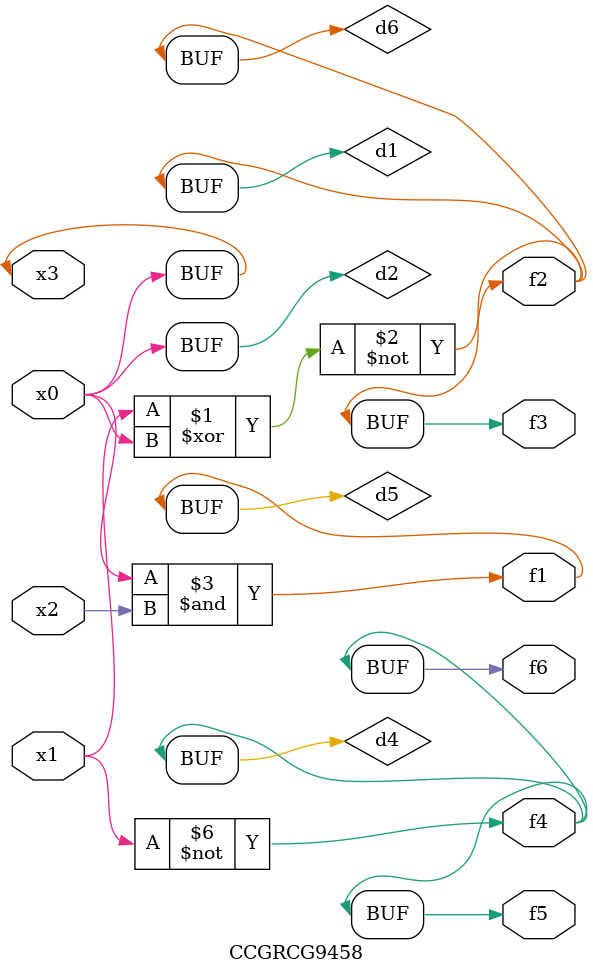
<source format=v>
module CCGRCG9458(
	input x0, x1, x2, x3,
	output f1, f2, f3, f4, f5, f6
);

	wire d1, d2, d3, d4, d5, d6;

	xnor (d1, x1, x3);
	buf (d2, x0, x3);
	nand (d3, x0, x2);
	not (d4, x1);
	nand (d5, d3);
	or (d6, d1);
	assign f1 = d5;
	assign f2 = d6;
	assign f3 = d6;
	assign f4 = d4;
	assign f5 = d4;
	assign f6 = d4;
endmodule

</source>
